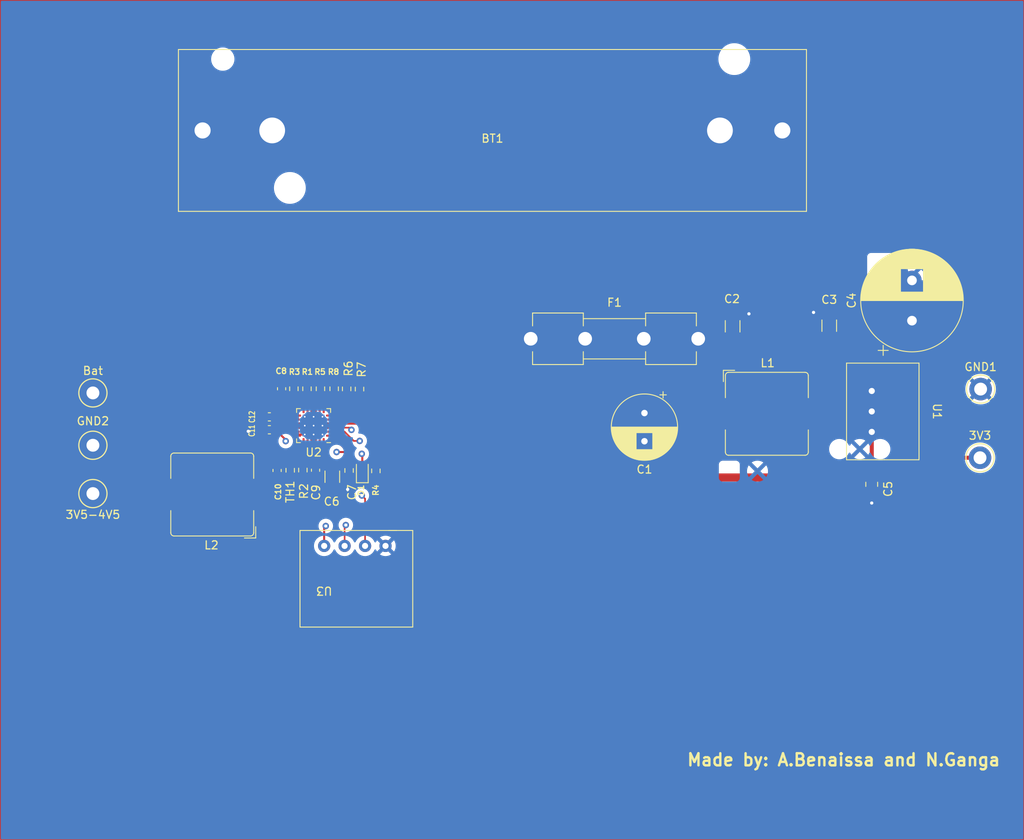
<source format=kicad_pcb>
(kicad_pcb (version 20221018) (generator pcbnew)
  (layers (0 "F.Cu" power "Mixed signal1") (1 "In1.Cu" power "GND1") (2 "In2.Cu" mixed "Mixed signal2") (31 "B.Cu" mixed "GND2") (34 "B.Paste" user) (35 "F.Paste" user) (36 "B.SilkS" user "B.Silkscreen") (37 "F.SilkS" user "F.Silkscreen") (38 "B.Mask" user) (39 "F.Mask" user) (44 "Edge.Cuts" user))
  (net 0 "")
  (net 1 "Bat")
  (net 2 "GND")
  (net 3 "Net-(C1-Pad1)")
  (net 4 "Net-(U1-Vin)")
  (net 5 "Phone")
  (net 6 "Input")
  (net 7 "Net-(U2-REGN)")
  (net 8 "Net-(U2-BTST)")
  (net 9 "Net-(C10-Pad2)")
  (net 10 "3.5-4.5V")
  (net 11 "Net-(D1-K)")
  (net 12 "Net-(U2-ILIM)")
  (net 13 "Net-(U2-TS)")
  (net 14 "Net-(U2-STAT)")
  (net 15 "Net-(U2-~{CE})")
  (net 16 "Vref")
  (net 17 "Net-(U2-SDA)")
  (net 18 "Net-(U2-SCL)")
  (net 19 "Net-(U2-INT)")
  (net 20 "D+")
  (net 21 "D-")
  (footprint "Resistor_SMD:R_0603_1608Metric" (layer "F.Cu") (at 143.6116 99.0214 -90)
    (fp_text reference "R7" (at -2.4252 -0.254 -270) (layer "F.SilkS"))
    (fp_text value "10k" hide)
    (pad "1" smd roundrect (at -0.825 0 270) (size 0.8 0.95) (layers "F.Cu" "F.Paste" "F.Mask") (net 16 "Vref"))
    (pad "2" smd roundrect (at 0.825 0 270) (size 0.8 0.95) (layers "F.Cu" "F.Paste" "F.Mask") (net 18 "Net-(U2-SCL)"))
  )
  (footprint "TestPoint:TestPoint_Keystone_5005-5009_Compact" (layer "F.Cu") (at 110.5 99.5)
    (fp_text reference "Bat" (at 0 -2.75) (layer "F.SilkS"))
    (fp_text value "TestPoint" hide)
    (pad "1" thru_hole circle (at 0 0) (size 2.8 2.8) (drill 1.6) (layers "*.Cu" "*.Mask") (net 1 "Bat"))
  )
  (footprint "Resistor_SMD:R_0603_1608Metric" (layer "F.Cu") (at 142.3162 109.1316 -90)
    (fp_text reference "C7" (at 2.7046 -0.3556 -270) (layer "F.SilkS"))
    (fp_text value "1u" hide)
    (pad "1" smd roundrect (at -0.825 0 270) (size 0.8 0.95) (layers "F.Cu" "F.Paste" "F.Mask") (net 6 "Input"))
    (pad "2" smd roundrect (at 0.825 0 270) (size 0.8 0.95) (layers "F.Cu" "F.Paste" "F.Mask") (net 2 "GND"))
  )
  (footprint "VR20S3V3:VR20S3V3" (layer "F.Cu") (at 214.85 101.8 -90)
    (fp_text reference "U1" (at 0 -0.5 -90 unlocked) (layer "F.SilkS"))
    (fp_text value "3.3V")
    (pad "1" thru_hole circle (at -2.54 7.62 270) (size 1.524 1.524) (drill 0.762) (layers "*.Cu" "*.Mask") (net 4 "Net-(U1-Vin)"))
    (pad "2" thru_hole circle (at 0 7.62 270) (size 1.524 1.524) (drill 0.762) (layers "*.Cu" "*.Mask") (net 2 "GND"))
    (pad "3" thru_hole circle (at 2.54 7.62 270) (size 1.524 1.524) (drill 0.762) (layers "*.Cu" "*.Mask") (net 16 "Vref"))
  )
  (footprint "Capacitor_SMD:C_0805_2012Metric" (layer "F.Cu") (at 207.225 110.85 -90)
    (fp_text reference "C5" (at 0.5842 -2.032 90) (layer "F.SilkS"))
    (fp_text value "22u" hide)
    (pad "1" smd roundrect (at -0.95 0 270) (size 1 1.45) (layers "F.Cu" "F.Paste" "F.Mask") (net 16 "Vref"))
    (pad "2" smd roundrect (at 0.95 0 270) (size 1 1.45) (layers "F.Cu" "F.Paste" "F.Mask") (net 2 "GND"))
  )
  (footprint "Resistor_SMD:R_0603_1608Metric" (layer "F.Cu") (at 140.46 98.985 -90)
    (fp_text reference "R8" (at -2.1 0.075 180) (layer "F.SilkS") (effects (font (size 0.7 0.7))))
    (fp_text value "10k" hide)
    (pad "1" smd roundrect (at -0.825 0 270) (size 0.8 0.95) (layers "F.Cu" "F.Paste" "F.Mask") (net 16 "Vref"))
    (pad "2" smd roundrect (at 0.825 0 270) (size 0.8 0.95) (layers "F.Cu" "F.Paste" "F.Mask") (net 19 "Net-(U2-INT)"))
  )
  (footprint "Capacitor_SMD:C_0603_1608Metric" (layer "F.Cu") (at 133.3754 109.1314 -90)
    (fp_text reference "C10" (at 2.654 -0.127 90) (layer "F.SilkS") (effects (font (size 0.7 0.7))))
    (fp_text value "47n" hide)
    (pad "1" smd roundrect (at -0.775 0 270) (size 0.9 0.95) (layers "F.Cu" "F.Paste" "F.Mask") (net 8 "Net-(U2-BTST)"))
    (pad "2" smd roundrect (at 0.775 0 270) (size 0.9 0.95) (layers "F.Cu" "F.Paste" "F.Mask") (net 9 "Net-(C10-Pad2)"))
  )
  (footprint "Resistor_SMD:R_0603_1608Metric" (layer "F.Cu") (at 135.001 109.1052 90)
    (fp_text reference "TH1" (at -2.6802 0 90) (layer "F.SilkS"))
    (fp_text value "10k" hide)
    (pad "1" smd roundrect (at -0.825 0 90) (size 0.8 0.95) (layers "F.Cu" "F.Paste" "F.Mask") (net 13 "Net-(U2-TS)"))
    (pad "2" smd roundrect (at 0.825 0 90) (size 0.8 0.95) (layers "F.Cu" "F.Paste" "F.Mask") (net 2 "GND"))
  )
  (footprint "Resistor_SMD:R_0603_1608Metric" (layer "F.Cu") (at 138.76 98.985 -90)
    (fp_text reference "R5" (at -2.1 0.05 180) (layer "F.SilkS") (effects (font (size 0.7 0.7) (thickness 0.15) bold)))
    (fp_text value "4.7k" hide)
    (pad "1" smd roundrect (at -0.825 0 270) (size 0.8 0.95) (layers "F.Cu" "F.Paste" "F.Mask") (net 2 "GND"))
    (pad "2" smd roundrect (at 0.825 0 270) (size 0.8 0.95) (layers "F.Cu" "F.Paste" "F.Mask") (net 15 "Net-(U2-~{CE})"))
  )
  (footprint "Capacitor_THT:CP_Radial_D8.0mm_P3.50mm" (layer "F.Cu") (at 179 102 -90)
    (fp_text reference "C1" (at 7 0 -180) (layer "F.SilkS"))
    (fp_text value "100u" hide)
    (pad "1" thru_hole rect (at 0 0 270) (size 1.6 1.6) (drill 0.8) (layers "*.Cu" "*.Mask") (net 3 "Net-(C1-Pad1)"))
    (pad "2" thru_hole circle (at 3.5 0 270) (size 1.6 1.6) (drill 0.8) (layers "*.Cu" "*.Mask") (net 2 "GND"))
  )
  (footprint "Resistor_SMD:R_0603_1608Metric" (layer "F.Cu") (at 145.6436 109.1824 90)
    (fp_text reference "R4" (at -2.3978 -0.0106 90) (layer "F.SilkS") (effects (font (size 0.7 0.7))))
    (fp_text value "2.2k" hide)
    (pad "1" smd roundrect (at -0.825 0 90) (size 0.8 0.95) (layers "F.Cu" "F.Paste" "F.Mask") (net 11 "Net-(D1-K)"))
    (pad "2" smd roundrect (at 0.825 0 90) (size 0.8 0.95) (layers "F.Cu" "F.Paste" "F.Mask") (net 14 "Net-(U2-STAT)"))
  )
  (footprint "Package_DFN_QFN:Texas_S-PWQFN-N24_EP2.7x2.7mm_ThermalVias" (layer "F.Cu") (at 137.91 103.5625 180)
    (fp_text reference "U2" (at 0 -3.32) (layer "F.SilkS"))
    (fp_text value "BQ25895RTW" hide)
    (pad "1" smd roundrect (at -1.9625 -1.25 180) (size 0.825 0.25) (layers "F.Cu" "F.Paste" "F.Mask") (net 6 "Input"))
    (pad "2" smd roundrect (at -1.9625 -0.75 180) (size 0.825 0.25) (layers "F.Cu" "F.Paste" "F.Mask") (net 20 "D+"))
    (pad "3" smd roundrect (at -1.9625 -0.25 180) (size 0.825 0.25) (layers "F.Cu" "F.Paste" "F.Mask") (net 21 "D-"))
    (pad "4" smd roundrect (at -1.9625 0.25 180) (size 0.825 0.25) (layers "F.Cu" "F.Paste" "F.Mask") (net 14 "Net-(U2-STAT)"))
    (pad "5" smd roundrect (at -1.9625 0.75 180) (size 0.825 0.25) (layers "F.Cu" "F.Paste" "F.Mask") (net 18 "Net-(U2-SCL)"))
    (pad "6" smd roundrect (at -1.9625 1.25 180) (size 0.825 0.25) (layers "F.Cu" "F.Paste" "F.Mask") (net 17 "Net-(U2-SDA)"))
    (pad "7" smd roundrect (at -1.25 1.9625 180) (size 0.25 0.825) (layers "F.Cu" "F.Paste" "F.Mask") (net 19 "Net-(U2-INT)"))
    (pad "8" smd roundrect (at -0.75 1.9625 180) (size 0.25 0.825) (layers "F.Cu" "F.Paste" "F.Mask"))
    (pad "9" smd roundrect (at -0.25 1.9625 180) (size 0.25 0.825) (layers "F.Cu" "F.Paste" "F.Mask") (net 15 "Net-(U2-~{CE})"))
    (pad "10" smd roundrect (at 0.25 1.9625 180) (size 0.25 0.825) (layers "F.Cu" "F.Paste" "F.Mask") (net 12 "Net-(U2-ILIM)"))
    (pad "11" smd roundrect (at 0.75 1.9625 180) (size 0.25 0.825) (layers "F.Cu" "F.Paste" "F.Mask") (net 13 "Net-(U2-TS)"))
    (pad "12" smd roundrect (at 1.25 1.9625 180) (size 0.25 0.825) (layers "F.Cu" "F.Paste" "F.Mask"))
    (pad "13" smd roundrect (at 1.9625 1.25 180) (size 0.825 0.25) (layers "F.Cu" "F.Paste" "F.Mask") (net 1 "Bat"))
    (pad "14" smd roundrect (at 1.9625 0.75 180) (size 0.825 0.25) (layers "F.Cu" "F.Paste" "F.Mask") (net 1 "Bat"))
    (pad "15" smd roundrect (at 1.9625 0.25 180) (size 0.825 0.25) (layers "F.Cu" "F.Paste" "F.Mask") (net 10 "3.5-4.5V"))
    (pad "16" smd roundrect (at 1.9625 -0.25 180) (size 0.825 0.25) (layers "F.Cu" "F.Paste" "F.Mask") (net 10 "3.5-4.5V"))
    (pad "17" smd roundrect (at 1.9625 -0.75 180) (size 0.825 0.25) (layers "F.Cu" "F.Paste" "F.Mask") (net 2 "GND"))
    (pad "18" smd roundrect (at 1.9625 -1.25 180) (size 0.825 0.25) (layers "F.Cu" "F.Paste" "F.Mask") (net 2 "GND"))
    (pad "19" smd roundrect (at 1.25 -1.9625 180) (size 0.25 0.825) (layers "F.Cu" "F.Paste" "F.Mask") (net 9 "Net-(C10-Pad2)"))
    (pad "20" smd roundrect (at 0.75 -1.9625 180) (size 0.25 0.825) (layers "F.Cu" "F.Paste" "F.Mask") (net 9 "Net-(C10-Pad2)"))
    (pad "21" smd roundrect (at 0.25 -1.9625 180) (size 0.25 0.825) (layers "F.Cu" "F.Paste" "F.Mask") (net 8 "Net-(U2-BTST)"))
    (pad "22" smd roundrect (at -0.25 -1.9625 180) (size 0.25 0.825) (layers "F.Cu" "F.Paste" "F.Mask") (net 7 "Net-(U2-REGN)"))
    (pad "23" smd roundrect (at -0.75 -1.9625 180) (size 0.25 0.825) (layers "F.Cu" "F.Paste" "F.Mask") (net 5 "Phone"))
    (pad "24" smd roundrect (at -1.25 -1.9625 180) (size 0.25 0.825) (layers "F.Cu" "F.Paste" "F.Mask"))
    (pad "25" thru_hole circle (at -1.1 -1.1 180) (size 0.5 0.5) (drill 0.2) (layers "*.Cu") (net 2 "GND"))
    (pad "25" thru_hole circle (at -1.1 0 180) (size 0.5 0.5) (drill 0.2) (layers "*.Cu") (net 2 "GND"))
    (pad "25" thru_hole circle (at -1.1 1.1 180) (size 0.5 0.5) (drill 0.2) (layers "*.Cu") (net 2 "GND"))
    (pad "25" thru_hole circle (at 0 -1.1 180) (size 0.5 0.5) (drill 0.2) (layers "*.Cu") (net 2 "GND"))
    (pad "25" thru_hole circle (at 0 0 180) (size 0.5 0.5) (drill 0.2) (layers "*.Cu") (net 2 "GND"))
    (pad "25" smd rect (at 0 0 180) (size 2.7 2.7) (layers "F.Cu" "F.Mask") (net 2 "GND"))
    (pad "25" smd rect (at 0 0 180) (size 2.7 2.7) (layers "B.Cu") (net 2 "GND"))
    (pad "25" thru_hole circle (at 0 1.1 180) (size 0.5 0.5) (drill 0.2) (layers "*.Cu") (net 2 "GND"))
    (pad "25" thru_hole circle (at 1.1 -1.1 180) (size 0.5 0.5) (drill 0.2) (layers "*.Cu") (net 2 "GND"))
    (pad "25" thru_hole circle (at 1.1 0 180) (size 0.5 0.5) (drill 0.2) (layers "*.Cu") (net 2 "GND"))
    (pad "25" thru_hole circle (at 1.1 1.1 180) (size 0.5 0.5) (drill 0.2) (layers "*.Cu") (net 2 "GND"))
  )
  (footprint "TestPoint:TestPoint_Keystone_5005-5009_Compact" (layer "F.Cu") (at 220.75 99.025)
    (fp_text reference "GND1" (at 0 -2.75) (layer "F.SilkS"))
    (fp_text value "TestPoint" hide)
    (pad "1" thru_hole circle (at 0 0) (size 2.8 2.8) (drill 1.6) (layers "*.Cu" "*.Mask") (net 2 "GND"))
  )
  (footprint "Capacitor_SMD:C_0603_1608Metric" (layer "F.Cu") (at 132.4137 102.4727)
    (fp_text reference "C12" (at -2.15 0 90) (layer "F.SilkS") (effects (font (size 0.7 0.5) (thickness 0.125))))
    (fp_text value "10u" hide)
    (pad "1" smd roundrect (at -0.775 0) (size 0.9 0.95) (layers "F.Cu" "F.Paste" "F.Mask") (net 2 "GND"))
    (pad "2" smd roundrect (at 0.775 0) (size 0.9 0.95) (layers "F.Cu" "F.Paste" "F.Mask") (net 10 "3.5-4.5V"))
  )
  (footprint "Capacitor_SMD:C_0603_1608Metric" (layer "F.Cu") (at 138.15 109.1 90)
    (fp_text reference "C9" (at -2.7616 0.0514 90) (layer "F.SilkS"))
    (fp_text value "4.7u" hide)
    (pad "1" smd roundrect (at -0.775 0 90) (size 0.9 0.95) (layers "F.Cu" "F.Paste" "F.Mask") (net 2 "GND"))
    (pad "2" smd roundrect (at 0.775 0 90) (size 0.9 0.95) (layers "F.Cu" "F.Paste" "F.Mask") (net 7 "Net-(U2-REGN)"))
  )
  (footprint "TestPoint:TestPoint_Keystone_5005-5009_Compact" (layer "F.Cu") (at 110.5 112)
    (fp_text reference "3V5-4V5" (at 0 2.625) (layer "F.SilkS"))
    (fp_text value "TestPoint" hide)
    (pad "1" thru_hole circle (at 0 0) (size 2.8 2.8) (drill 1.6) (layers "*.Cu" "*.Mask") (net 10 "3.5-4.5V"))
  )
  (footprint "Capacitor_SMD:C_1206_3216Metric" (layer "F.Cu") (at 140.2334 109.9076 -90)
    (fp_text reference "C6" (at 3.075 0.075) (layer "F.SilkS"))
    (fp_text value "8.2u" hide)
    (pad "1" smd roundrect (at -1.475 0 270) (size 1.15 1.8) (layers "F.Cu" "F.Paste" "F.Mask") (roundrect_rratio 0.217391) (net 5 "Phone"))
    (pad "2" smd roundrect (at 1.475 0 270) (size 1.15 1.8) (layers "F.Cu" "F.Paste" "F.Mask") (roundrect_rratio 0.217391) (net 2 "GND"))
  )
  (footprint "Capacitor_SMD:C_0603_1608Metric" (layer "F.Cu") (at 133.9342 98.9838 -90)
    (fp_text reference "C8" (at -2.2 0.05 180) (layer "F.SilkS") (effects (font (size 0.7 0.7))))
    (fp_text value "10u" hide)
    (pad "1" smd roundrect (at -0.775 0 270) (size 0.9 0.95) (layers "F.Cu" "F.Paste" "F.Mask") (net 2 "GND"))
    (pad "2" smd roundrect (at 0.775 0 270) (size 0.9 0.95) (layers "F.Cu" "F.Paste" "F.Mask") (net 1 "Bat"))
  )
  (footprint "Inductor_SMD:L_Bourns_SRP1038C_10.0x10.0mm" (layer "F.Cu") (at 194.2 102.0925)
    (fp_text reference "L1" (at 0.1 -6.3) (layer "F.SilkS"))
    (fp_text value "22u" hide)
    (pad "1" smd rect (at -4.475 0) (size 3.55 3.5) (layers "F.Cu" "F.Paste" "F.Mask") (net 3 "Net-(C1-Pad1)"))
    (pad "2" smd rect (at 4.475 0) (size 3.55 3.5) (layers "F.Cu" "F.Paste" "F.Mask") (net 4 "Net-(U1-Vin)"))
  )
  (footprint "Fuse:Fuseholder_Clip-5x20mm_Eaton_1A5601-01_Inline_P20.80x6.76mm_D1.70mm_Horizontal" (layer "F.Cu") (at 164.875 92.775)
    (fp_text reference "F1" (at 10.4 -4.5) (layer "F.SilkS"))
    (fp_text value "Fuse")
    (pad "1" thru_hole roundrect (at 0 0) (size 2.7 2.7) (drill 1.7) (layers "*.Cu" "*.Mask") (net 1 "Bat"))
    (pad "1" thru_hole roundrect (at 6.76 0) (size 2.7 2.7) (drill 1.7) (layers "*.Cu" "*.Mask") (net 1 "Bat"))
    (pad "2" thru_hole circle (at 14.04 0) (size 2.7 2.7) (drill 1.7) (layers "*.Cu" "*.Mask") (net 3 "Net-(C1-Pad1)"))
    (pad "2" thru_hole circle (at 20.8 0) (size 2.7 2.7) (drill 1.7) (layers "*.Cu" "*.Mask") (net 3 "Net-(C1-Pad1)"))
  )
  (footprint "Resistor_SMD:R_0603_1608Metric" (layer "F.Cu") (at 135.46 98.985 -90)
    (fp_text reference "R3" (at -2.1 -0.075 180) (layer "F.SilkS") (effects (font (size 0.7 0.7))))
    (fp_text value "30.1k" hide)
    (pad "1" smd roundrect (at -0.825 0 270) (size 0.8 0.95) (layers "F.Cu" "F.Paste" "F.Mask") (net 2 "GND"))
    (pad "2" smd roundrect (at 0.825 0 270) (size 0.8 0.95) (layers "F.Cu" "F.Paste" "F.Mask") (net 13 "Net-(U2-TS)"))
  )
  (footprint "Resistor_SMD:R_0603_1608Metric" (layer "F.Cu") (at 136.5758 109.0808 90)
    (fp_text reference "R2" (at -2.6284 0.127 90) (layer "F.SilkS"))
    (fp_text value "5.23k" hide)
    (pad "1" smd roundrect (at -0.825 0 90) (size 0.8 0.95) (layers "F.Cu" "F.Paste" "F.Mask") (net 13 "Net-(U2-TS)"))
    (pad "2" smd roundrect (at 0.825 0 90) (size 0.8 0.95) (layers "F.Cu" "F.Paste" "F.Mask") (net 7 "Net-(U2-REGN)"))
  )
  (footprint "TestPoint:TestPoint_Keystone_5005-5009_Compact" (layer "F.Cu") (at 220.675 107.55)
    (fp_text reference "3V3" (at 0 -2.75) (layer "F.SilkS"))
    (fp_text value "TestPoint" hide)
    (pad "1" thru_hole circle (at 0 0) (size 2.8 2.8) (drill 1.6) (layers "*.Cu" "*.Mask") (net 16 "Vref"))
  )
  (footprint "Capacitor_THT:CP_Radial_D12.5mm_P5.00mm" (layer "F.Cu") (at 212.225 90.525 90)
    (fp_text reference "C4" (at 2.5 -7.5 90) (layer "F.SilkS"))
    (fp_text value "680u" hide)
    (pad "1" thru_hole rect (at 0 0 90) (size 2.4 2.4) (drill 1.2) (layers "*.Cu" "*.Mask") (net 4 "Net-(U1-Vin)"))
    (pad "2" thru_hole circle (at 5 0 90) (size 2.4 2.4) (drill 1.2) (layers "*.Cu" "*.Mask") (net 2 "GND"))
  )
  (footprint "LED_SMD:LED_0603_1608Metric" (layer "F.Cu") (at 143.9566 109.1671 90)
    (fp_text reference "D1" (at -2.4385 -0.1524 90) (layer "F.SilkS") (effects (font (size 0.7 0.7))))
    (fp_text value "LED" hide)
    (pad "1" smd roundrect (at -0.7875 0 90) (size 0.875 0.95) (layers "F.Cu" "F.Paste" "F.Mask") (net 11 "Net-(D1-K)"))
    (pad "2" smd roundrect (at 0.7875 0 90) (size 0.875 0.95) (layers "F.Cu" "F.Paste" "F.Mask") (net 10 "3.5-4.5V"))
  )
  (footprint "Resistor_SMD:R_0603_1608Metric" (layer "F.Cu") (at 142.0114 98.997 -90)
    (fp_text reference "R6" (at -2.5278 -0.2286 90) (layer "F.SilkS"))
    (fp_text value "10k" hide)
    (pad "1" smd roundrect (at -0.825 0 270) (size 0.8 0.95) (layers "F.Cu" "F.Paste" "F.Mask") (net 16 "Vref"))
    (pad "2" smd roundrect (at 0.825 0 270) (size 0.8 0.95) (layers "F.Cu" "F.Paste" "F.Mask") (net 17 "Net-(U2-SDA)"))
  )
  (footprint "Capacitor_SMD:C_1206_3216Metric" (layer "F.Cu") (at 201.95 91.15 90)
    (fp_text reference "C3" (at 3.225 0 180) (layer "F.SilkS"))
    (fp_text value "10u" hide)
    (pad "1" smd roundrect (at -1.475 0 90) (size 1.15 1.8) (layers "F.Cu" "F.Paste" "F.Mask") (roundrect_rratio 0.217391) (net 4 "Net-(U1-Vin)"))
    (pad "2" smd roundrect (at 1.475 0 90) (size 1.15 1.8) (layers "F.Cu" "F.Paste" "F.Mask") (roundrect_rratio 0.217391) (net 2 "GND"))
  )
  (footprint "Resistor_SMD:R_0603_1608Metric" (layer "F.Cu") (at 137.085 98.985 -90)
    (fp_text reference "R1" (at -2.1 -0.05 180) (layer "F.SilkS") (effects (font (size 0.7 0.7))))
    (fp_text value "260" hide)
    (pad "1" smd roundrect (at -0.825 0 270) (size 0.8 0.95) (layers "F.Cu" "F.Paste" "F.Mask") (net 2 "GND"))
    (pad "2" smd roundrect (at 0.825 0 270) (size 0.8 0.95) (layers "F.Cu" "F.Paste" "F.Mask") (net 12 "Net-(U2-ILIM)"))
  )
  (footprint "TestPoint:TestPoint_Keystone_5005-5009_Compact" (layer "F.Cu") (at 110.5 106)
    (fp_text reference "GND2" (at 0 -3) (layer "F.SilkS"))
    (fp_text value "TestPoint" hide)
    (pad "1" thru_hole circle (at 0 0) (size 2.8 2.8) (drill 1.6) (layers "*.Cu" "*.Mask") (net 2 "GND"))
  )
  (footprint "Capacitor_SMD:C_1206_3216Metric" (layer "F.Cu") (at 189.95 91.225 90)
    (fp_text reference "C2" (at 3.4 -0.075 180) (layer "F.SilkS"))
    (fp_text value "10u" hide)
    (pad "1" smd roundrect (at -1.475 0 90) (size 1.15 1.8) (layers "F.Cu" "F.Paste" "F.Mask") (roundrect_rratio 0.217391) (net 3 "Net-(C1-Pad1)"))
    (pad "2" smd roundrect (at 1.475 0 90) (size 1.15 1.8) (layers "F.Cu" "F.Paste" "F.Mask") (roundrect_rratio 0.217391) (net 2 "GND"))
  )
  (footprint "Inductor_SMD:L_Bourns_SRP1038C_10.0x10.0mm" (layer "F.Cu") (at 125.319 112.1156 180)
    (fp_text reference "L2" (at 0.1 -6.3) (layer "F.SilkS"))
    (fp_text value "2.2u")
    (pad "1" smd rect (at -4.475 0 180) (size 3.55 3.5) (layers "F.Cu" "F.Paste" "F.Mask") (net 9 "Net-(C10-Pad2)"))
    (pad "2" smd rect (at 4.475 0 180) (size 3.55 3.5) (layers "F.Cu" "F.Paste" "F.Mask") (net 10 "3.5-4.5V"))
  )
  (footprint "Capacitor_SMD:C_0603_1608Metric" (layer "F.Cu") (at 132.4137 104.0727)
    (fp_text reference "C11" (at -2.175 0.125 90) (layer "F.SilkS") (effects (font (size 0.7 0.5) (thickness 0.125))))
    (fp_text value "10u" hide)
    (pad "1" smd roundrect (at -0.775 0) (size 0.9 0.95) (layers "F.Cu" "F.Paste" "F.Mask") (net 2 "GND"))
    (pad "2" smd roundrect (at 0.775 0) (size 0.9 0.95) (layers "F.Cu" "F.Paste" "F.Mask") (net 10 "3.5-4.5V"))
  )
  (footprint "Battery:BatteryHolder_MPD_BH-18650-PC2" (layer "F.Cu") (at 124.12 66.9)
    (fp_text reference "BT1" (at 36 1) (layer "F.SilkS"))
    (fp_text value "Battery_Cell")
    (pad "" np_thru_hole circle (at 8.645 0) (size 3.2 3.2) (drill 3.2) (layers "*.Cu" "*.Mask"))
    (pad "" np_thru_hole circle (at 64.255 0) (size 3.2 3.2) (drill 3.2) (layers "*.Cu" "*.Mask"))
    (pad "1" thru_hole rect (at 0 0) (size 3.5 3.5) (drill 2) (layers "*.Cu" "*.Mask") (net 1 "Bat"))
    (pad "2" thru_hole circle (at 72 0) (size 3.5 3.5) (drill 2) (layers "*.Cu" "*.Mask") (net 2 "GND"))
  )
  (footprint "VR20S3V3:USB-C 2.0 Female to DIP Adapter" (layer "F.Cu") (at 139.22 123.58 180)
    (fp_text reference "U3" (at 0 -0.5 180 unlocked) (layer "F.SilkS"))
    (fp_text value "~")
    (pad "1" thru_hole circle (at -7.62 5.08 180) (size 1.524 1.524) (drill 0.762) (layers "*.Cu" "*.Mask") (net 2 "GND"))
    (pad "2" thru_hole circle (at -5.08 5.08 180) (size 1.524 1.524) (drill 0.762) (layers "*.Cu" "*.Mask") (net 20 "D+"))
    (pad "3" thru_hole circle (at -2.54 5.08 180) (size 1.524 1.524) (drill 0.762) (layers "*.Cu" "*.Mask") (net 21 "D-"))
    (pad "4" thru_hole circle (at 0 5.08 180) (size 1.524 1.524) (drill 0.762) (layers "*.Cu" "*.Mask") (net 6 "Input"))
  )
  (gr_rect (start 99.06 50.8) (end 226.06 154.94) (stroke (width 0.2)) (fill none) (layer "F.Cu"))
  (gr_text "Made by: A.Benaissa and N.Ganga" (at 184.15 145.95) (layer "F.SilkS") (effects (font (size 1.5 1.5) (thickness 0.3) bold) (justify left bottom)))
  (segment (start 135.9475 102.3125) (end 135.9475 102.8125) (width 0.25) (layer "F.Cu") (net 1))
  (segment (start 124.12 89.9446) (end 133.9342 99.7588) (width 1) (layer "F.Cu") (net 1))
  (segment (start 164.875 92.775) (end 130.775 92.775) (width 1) (layer "F.Cu") (net 1))
  (segment (start 124.12 89.88) (end 114.5 99.5) (width 1) (layer "F.Cu") (net 1))
  (segment (start 133.9342 100.076) (end 135.9475 102.0893) (width 0.25) (layer "F.Cu") (net 1))
  (segment (start 114.5 99.5) (end 110.5 99.5) (width 1) (layer "F.Cu") (net 1))
  (segment (start 130.775 92.775) (end 127.88 89.88) (width 1) (layer "F.Cu") (net 1))
  (segment (start 133.9342 99.7588) (end 133.9342 100.076) (width 0.25) (layer "F.Cu") (net 1))
  (segment (start 124.12 89.88) (end 124.12 89.9446) (width 0.25) (layer "F.Cu") (net 1))
  (segment (start 135.9475 102.0893) (end 135.9475 102.3125) (width 0.25) (layer "F.Cu") (net 1))
  (segment (start 127.88 89.88) (end 124.12 89.88) (width 1) (layer "F.Cu") (net 1))
  (segment (start 124.12 66.9) (end 124.12 89.88) (width 1) (layer "F.Cu") (net 1))
  (segment (start 171.635 92.775) (end 164.875 92.775) (width 1) (layer "F.Cu") (net 1))
  (segment (start 189.95 89.75) (end 191.9 89.75) (width 0.25) (layer "F.Cu") (net 2))
  (segment (start 135.4112 98.2088) (end 135.46 98.16) (width 0.25) (layer "F.Cu") (net 2))
  (segment (start 135.46 98.16) (end 135.11 98.16) (width 0.25) (layer "F.Cu") (net 2))
  (segment (start 140.2334 111.3826) (end 139.6576 111.3826) (width 0.25) (layer "F.Cu") (net 2))
  (segment (start 135.8108 109.09) (end 135.001 108.2802) (width 0.25) (layer "F.Cu") (net 2))
  (segment (start 140.2334 111.3826) (end 140.8902 111.3826) (width 0.25) (layer "F.Cu") (net 2))
  (segment (start 131.6387 104.0727) (end 129.9883 104.0727) (width 0.25) (layer "F.Cu") (net 2))
  (segment (start 135.9475 104.8125) (end 136.0975 104.6625) (width 0.25) (layer "F.Cu") (net 2))
  (segment (start 207.225 111.8) (end 207.225 113.175) (width 0.25) (layer "F.Cu") (net 2))
  (segment (start 135.46 98.16) (end 137.085 98.16) (width 0.25) (layer "F.Cu") (net 2))
  (segment (start 138.15 109.875) (end 138.145 109.875) (width 0.25) (layer "F.Cu") (net 2))
  (segment (start 135.9475 104.3125) (end 135.9475 104.8125) (width 0.25) (layer "F.Cu") (net 2))
  (segment (start 140.8902 111.3826) (end 142.3162 109.9566) (width 0.25) (layer "F.Cu") (net 2))
  (segment (start 133.9342 98.2088) (end 135.4112 98.2088) (width 0.25) (layer "F.Cu") (net 2))
  (segment (start 139.6576 111.3826) (end 138.15 109.875) (width 0.25) (layer "F.Cu") (net 2))
  (segment (start 129.9883 104.0727) (end 129.794 104.267) (width 0.25) (layer "F.Cu") (net 2))
  (segment (start 140.2334 111.3826) (end 142.0426 111.3826) (width 0.25) (layer "F.Cu") (net 2))
  (segment (start 136.81 102.4625) (end 137.91 103.5625) (width 0.25) (layer "F.Cu") (net 2))
  (segment (start 137.36 109.09) (end 135.8108 109.09) (width 0.25) (layer "F.Cu") (net 2))
  (segment (start 138.145 109.875) (end 137.36 109.09) (width 0.25) (layer "F.Cu") (net 2))
  (segment (start 201.95 89.675) (end 201.775 89.5) (width 0.25) (layer "F.Cu") (net 2))
  (segment (start 191.9 89.75) (end 191.975 89.675) (width 0.25) (layer "F.Cu") (net 2))
  (segment (start 201.775 89.5) (end 200 89.5) (width 0.25) (layer "F.Cu") (net 2))
  (segment (start 136.0975 104.6625) (end 136.81 104.6625) (width 0.25) (layer "F.Cu") (net 2))
  (segment (start 142.0426 111.3826) (end 142.14 111.48) (width 0.25) (layer "F.Cu") (net 2))
  (segment (start 137.085 98.16) (end 138.76 98.16) (width 0.25) (layer "F.Cu") (net 2))
  (segment (start 131.6387 102.4727) (end 131.6387 104.0727) (width 0.25) (layer "F.Cu") (net 2))
  (via (at 200 89.5) (size 0.8) (drill 0.4) (layers "F.Cu" "B.Cu") (net 2))
  (via (at 129.794 104.267) (size 0.8) (drill 0.4) (layers "F.Cu" "B.Cu") (net 2))
  (via (at 142.14 111.48) (size 0.8) (drill 0.4) (layers "F.Cu" "B.Cu") (net 2))
  (via (at 207.225 113.175) (size 0.8) (drill 0.4) (layers "F.Cu" "B.Cu") (net 2))
  (via (at 191.975 89.675) (size 0.8) (drill 0.4) (layers "F.Cu" "B.Cu") (net 2))
  (segment (start 189.875 92.775) (end 189.95 92.7) (width 0.25) (layer "F.Cu") (net 3))
  (segment (start 185.675 92.775) (end 189.875 92.775) (width 0.5) (layer "F.Cu") (net 3))
  (segment (start 189.725 92.925) (end 189.95 92.7) (width 0.25) (layer "F.Cu") (net 3))
  (segment (start 179 102) (end 179 92.86) (width 0.5) (layer "F.Cu") (net 3))
  (segment (start 179 92.86) (end 178.915 92.775) (width 0.25) (layer "F.Cu") (net 3))
  (segment (start 178.915 92.775) (end 185.675 92.775) (width 0.5) (layer "F.Cu") (net 3))
  (segment (start 189.6325 102) (end 189.725 102.0925) (width 0.25) (layer "F.Cu") (net 3))
  (segment (start 189.725 102.0925) (end 189.725 92.925) (width 0.5) (layer "F.Cu") (net 3))
  (segment (start 179 102) (end 189.6325 102) (width 0.5) (layer "F.Cu") (net 3))
  (segment (start 207.23 98.175) (end 207.23 99.26) (width 0.5) (layer "F.Cu") (net 4))
  (segment (start 207.23 97.905) (end 207.23 98.175) (width 0.25) (layer "F.Cu") (net 4))
  (segment (start 198.675 102.0925) (end 204.3975 102.0925) (width 0.5) (layer "F.Cu") (net 4))
  (segment (start 212.225 93.18) (end 207.23 98.175) (width 0.5) (layer "F.Cu") (net 4))
  (segment (start 204.3975 102.0925) (end 207.23 99.26) (width 0.5) (layer "F.Cu") (net 4))
  (segment (start 212.225 90.525) (end 212.225 93.18) (width 0.5) (layer "F.Cu") (net 4))
  (segment (start 201.95 92.625) (end 207.23 97.905) (width 0.5) (layer "F.Cu") (net 4))
  (segment (start 140.2334 108.3564) (end 138.66 106.783) (width 0.25) (layer "F.Cu") (net 5))
  (segment (start 138.66 106.783) (end 138.66 105.525) (width 0.25) (layer "F.Cu") (net 5))
  (segment (start 140.2334 108.4326) (end 140.2334 108.3564) (width 0.25) (layer "F.Cu") (net 5))
  (segment (start 139.22 118.5) (end 139.22 116.23) (width 0.25) (layer "F.Cu") (net 6))
  (segment (start 142.3162 106.9594) (end 140.1693 104.8125) (width 0.25) (layer "F.Cu") (net 6))
  (segment (start 139.22 116.23) (end 139.42 116.03) (width 0.25) (layer "F.Cu") (net 6))
  (segment (start 142.1968 106.84) (end 142.3162 106.9594) (width 0.25) (layer "F.Cu") (net 6))
  (segment (start 142.3162 108.3066) (end 142.3162 106.9594) (width 0.25) (layer "F.Cu") (net 6))
  (segment (start 140.76 106.84) (end 142.1968 106.84) (width 0.25) (layer "F.Cu") (net 6))
  (segment (start 140.1693 104.8125) (end 139.8725 104.8125) (width 0.25) (layer "F.Cu") (net 6))
  (via (at 139.42 116.03) (size 0.8) (drill 0.4) (layers "F.Cu" "B.Cu") (net 6))
  (via (at 140.76 106.84) (size 0.8) (drill 0.4) (layers "F.Cu" "B.Cu") (net 6))
  (segment (start 138.15 108.325) (end 138.15 105.535) (width 0.25) (layer "F.Cu") (net 7))
  (segment (start 138.15 105.535) (end 138.16 105.525) (width 0.25) (layer "F.Cu") (net 7))
  (segment (start 136.5758 108.2558) (end 138.0808 108.2558) (width 0.25) (layer "F.Cu") (net 7))
  (segment (start 138.0808 108.2558) (end 138.15 108.325) (width 0.25) (layer "F.Cu") (net 7))
  (segment (start 133.3754 108.3564) (end 133.3754 107.696) (width 0.25) (layer "F.Cu") (net 8))
  (segment (start 137.66 106.2308) (end 137.66 105.525) (width 0.25) (layer "F.Cu") (net 8))
  (segment (start 136.8298 107.061) (end 137.66 106.2308) (width 0.25) (layer "F.Cu") (net 8))
  (segment (start 133.3754 107.696) (end 134.0104 107.061) (width 0.25) (layer "F.Cu") (net 8))
  (segment (start 134.0104 107.061) (end 136.8298 107.061) (width 0.25) (layer "F.Cu") (net 8))
  (segment (start 133.3754 109.9064) (end 133.0458 109.9064) (width 0.25) (layer "F.Cu") (net 9))
  (segment (start 135.6066 106.5784) (end 136.66 105.525) (width 0.25) (layer "F.Cu") (net 9))
  (segment (start 131.9784 109.1438) (end 131.9784 108.0008) (width 0.25) (layer "F.Cu") (net 9))
  (segment (start 132.0292 108.0008) (end 133.4516 106.5784) (width 0.25) (layer "F.Cu") (net 9))
  (segment (start 131.1662 112.1156) (end 133.3754 109.9064) (width 0.25) (layer "F.Cu") (net 9))
  (segment (start 131.9784 108.0008) (end 132.0292 108.0008) (width 0.25) (layer "F.Cu") (net 9))
  (segment (start 132.6902 109.8556) (end 131.9784 109.1438) (width 0.25) (layer "F.Cu") (net 9))
  (segment (start 133.0458 109.9064) (end 133.0458 109.8556) (width 0.25) (layer "F.Cu") (net 9))
  (segment (start 136.66 105.525) (end 137.16 105.525) (width 0.25) (layer "F.Cu") (net 9))
  (segment (start 133.4516 106.5784) (end 135.6066 106.5784) (width 0.25) (layer "F.Cu") (net 9))
  (segment (start 133.0458 109.8556) (end 132.6902 109.8556) (width 0.25) (layer "F.Cu") (net 9))
  (segment (start 129.794 112.1156) (end 131.1662 112.1156) (width 0.25) (layer "F.Cu") (net 9))
  (segment (start 134.4422 105.4862) (end 134.4422 105.3262) (width 0.25) (layer "F.Cu") (net 10))
  (segment (start 131.4704 105.791) (end 130.8354 105.791) (width 0.25) (layer "F.Cu") (net 10))
  (segment (start 135.9475 103.3125) (end 135.9475 103.8125) (width 0.25) (layer "F.Cu") (net 10))
  (segment (start 133.1887 102.4727) (end 133.1887 104.0727) (width 0.25) (layer "F.Cu") (net 10))
  (segment (start 124.6632 111.9632) (end 124.6632 112.1156) (width 0.25) (layer "F.Cu") (net 10))
  (segment (start 124.6632 112.1156) (end 120.844 112.1156) (width 0.25) (layer "F.Cu") (net 10))
  (segment (start 133.1887 104.0727) (end 131.4704 105.791) (width 0.25) (layer "F.Cu") (net 10))
  (segment (start 120.844 112.1156) (end 110.6156 112.1156) (width 0.25) (layer "F.Cu") (net 10))
  (segment (start 130.8354 105.791) (end 124.6632 111.9632) (width 0.25) (layer "F.Cu") (net 10))
  (segment (start 133.1887 102.4727) (end 134.2227 102.4727) (width 0.25) (layer "F.Cu") (net 10))
  (segment (start 133.1887 104.0727) (end 133.4262 103.8352) (width 0.25) (layer "F.Cu") (net 10))
  (segment (start 143.9566 108.3796) (end 143.9566 107.1266) (width 0.25) (layer "F.Cu") (net 10))
  (segment (start 134.2227 102.4727) (end 135.0625 103.3125) (width 0.25) (layer "F.Cu") (net 10))
  (segment (start 110.6156 112.1156) (end 110.5 112) (width 0.25) (layer "F.Cu") (net 10))
  (segment (start 134.4422 105.3262) (end 133.1887 104.0727) (width 0.25) (layer "F.Cu") (net 10))
  (segment (start 135.0625 103.3125) (end 135.9475 103.3125) (width 0.25) (layer "F.Cu") (net 10))
  (segment (start 143.9566 107.1266) (end 143.891 107.061) (width 0.25) (layer "F.Cu") (net 10))
  (via (at 143.891 107.061) (size 0.8) (drill 0.4) (layers "F.Cu" "B.Cu") (net 10))
  (via (at 134.4422 105.4862) (size 0.8) (drill 0.4) (layers "F.Cu" "B.Cu") (net 10))
  (segment (start 145.6436 110.0074) (end 144.0094 110.0074) (width 0.25) (layer "F.Cu") (net 11))
  (segment (start 144.0094 110.0074) (end 143.9566 109.9546) (width 0.25) (layer "F.Cu") (net 11))
  (segment (start 137.66 100.385) (end 137.66 101.6) (width 0.25) (layer "F.Cu") (net 12))
  (segment (start 137.085 99.81) (end 137.66 100.385) (width 0.25) (layer "F.Cu") (net 12))
  (segment (start 135.0254 109.9058) (end 135.001 109.9302) (width 0.25) (layer "F.Cu") (net 13))
  (segment (start 136.5758 109.9058) (end 135.0254 109.9058) (width 0.25) (layer "F.Cu") (net 13))
  (segment (start 135.830508 99.81) (end 137.16 101.139492) (width 0.25) (layer "F.Cu") (net 13))
  (segment (start 137.16 101.139492) (end 137.16 101.6) (width 0.25) (layer "F.Cu") (net 13))
  (segment (start 135.46 99.81) (end 135.830508 99.81) (width 0.25) (layer "F.Cu") (net 13))
  (segment (start 145.6436 108.3574) (end 145.6436 105.6636) (width 0.25) (layer "F.Cu") (net 14))
  (segment (start 145.6436 105.6636) (end 143.2925 103.3125) (width 0.25) (layer "F.Cu") (net 14))
  (segment (start 143.2925 103.3125) (end 139.8725 103.3125) (width 0.25) (layer "F.Cu") (net 14))
  (segment (start 138.76 99.81) (end 138.16 100.41) (width 0.25) (layer "F.Cu") (net 15))
  (segment (start 138.16 100.41) (end 138.16 101.6) (width 0.25) (layer "F.Cu") (net 15))
  (segment (start 207.225 109.9) (end 207.23 109.895) (width 0.25) (layer "F.Cu") (net 16))
  (segment (start 175 110) (end 207.125 110) (width 1) (layer "F.Cu") (net 16))
  (segment (start 220.675 107.55) (end 209.575 107.55) (width 0.5) (layer "F.Cu") (net 16))
  (segment (start 143.6116 98.1964) (end 163.1964 98.1964) (width 1) (layer "F.Cu") (net 16))
  (segment (start 142.0114 98.172) (end 143.5872 98.172) (width 0.25) (layer "F.Cu") (net 16))
  (segment (start 207.23 109.895) (end 207.23 104.34) (width 0.5) (layer "F.Cu") (net 16))
  (segment (start 140.46 98.16) (end 141.9994 98.16) (width 0.25) (layer "F.Cu") (net 16))
  (segment (start 143.5872 98.172) (end 143.6116 98.1964) (width 0.25) (layer "F.Cu") (net 16))
  (segment (start 141.9994 98.16) (end 142.0114 98.172) (width 0.25) (layer "F.Cu") (net 16))
  (segment (start 163.1964 98.1964) (end 175 110) (width 1) (layer "F.Cu") (net 16))
  (segment (start 207.125 110) (end 207.225 109.9) (width 0.25) (layer "F.Cu") (net 16))
  (segment (start 209.575 107.55) (end 207.225 109.9) (width 0.5) (layer "F.Cu") (net 16))
  (segment (start 142.0114 100.7872) (end 142.0114 99.822) (width 0.25) (layer "F.Cu") (net 17))
  (segment (start 140.4861 102.3125) (end 142.0114 100.7872) (width 0.25) (layer "F.Cu") (net 17))
  (segment (start 139.8725 102.3125) (end 140.4861 102.3125) (width 0.25) (layer "F.Cu") (net 17))
  (segment (start 143.6116 100.33) (end 143.6116 99.8464) (width 0.25) (layer "F.Cu") (net 18))
  (segment (start 141.1291 102.8125) (end 143.6116 100.33) (width 0.25) (layer "F.Cu") (net 18))
  (segment (start 139.8725 102.8125) (end 141.1291 102.8125) (width 0.25) (layer "F.Cu") (net 18))
  (segment (start 140.46 100.3) (end 139.16 101.6) (width 0.25) (layer "F.Cu") (net 19))
  (segment (start 140.46 99.81) (end 140.46 100.3) (width 0.25) (layer "F.Cu") (net 19))
  (segment (start 143.634278 105.463522) (end 142.903122 105.463522) (width 0.2) (layer "F.Cu") (net 20))
  (segment (start 144.3 112.64) (end 143.9 112.24) (width 0.2) (layer "F.Cu") (net 20))
  (segment (start 142.903122 105.463522) (end 141.7521 104.3125) (width 0.2) (layer "F.Cu") (net 20))
  (segment (start 141.7521 104.3125) (end 139.8725 104.3125) (width 0.2) (layer "F.Cu") (net 20))
  (segment (start 144.3 118.5) (end 144.3 112.64) (width 0.2) (layer "F.Cu") (net 20))
  (via (at 143.634278 105.463522) (size 0.8) (drill 0.4) (layers "F.Cu" "B.Cu") (net 20))
  (via (at 143.9 112.24) (size 0.8) (drill 0.4) (layers "F.Cu" "B.Cu") (net 20))
  (segment (start 142.61 104.09) (end 142.3325 103.8125) (width 0.2) (layer "F.Cu") (net 21))
  (segment (start 142.3325 103.8125) (end 139.8725 103.8125) (width 0.2) (layer "F.Cu") (net 21))
  (segment (start 141.76 116.06) (end 141.91 115.91) (width 0.2) (layer "F.Cu") (net 21))
  (segment (start 141.76 118.5) (end 141.76 116.06) (width 0.2) (layer "F.Cu") (net 21))
  (via (at 142.61 104.09) (size 0.8) (drill 0.4) (layers "F.Cu" "B.Cu") (net 21))
  (via (at 141.91 115.91) (size 0.8) (drill 0.4) (layers "F.Cu" "B.Cu") (net 21))
  (zone (net 2) (net_name "GND") (layer "B.Cu") (connect_pads (clearance 0.5)) (min_thickness 0.25) (fill yes (thermal_gap 0.5) (thermal_bridge_width 0.5))
    (polygon (pts (xy 99.06 50.8) (xy 226.06 50.8) (xy 226.06 154.94) (xy 99.06 154.94)))
  )
)
</source>
